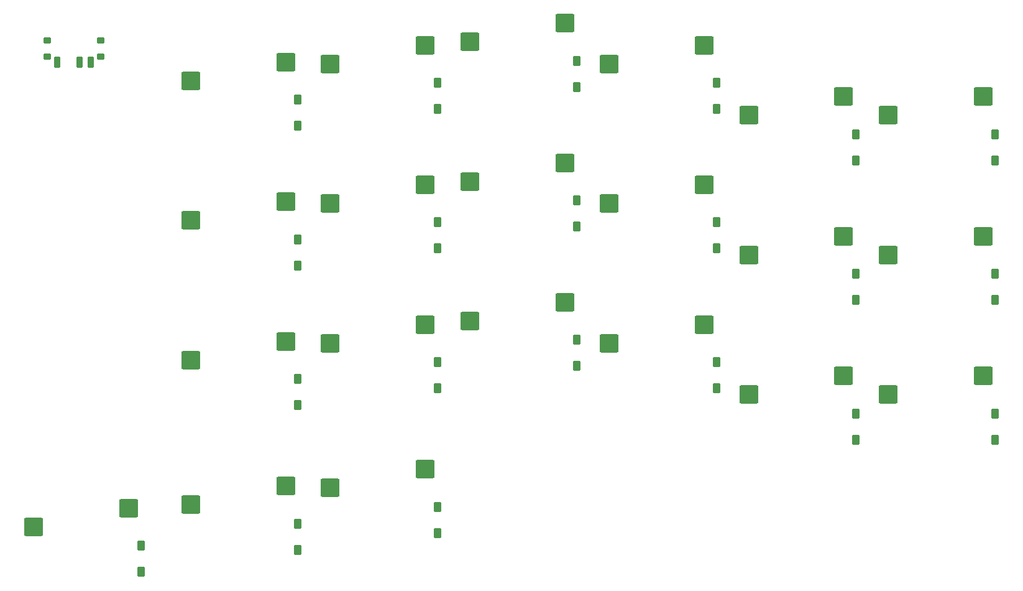
<source format=gbp>
G04 #@! TF.GenerationSoftware,KiCad,Pcbnew,7.0.2*
G04 #@! TF.CreationDate,2023-04-26T23:48:15+03:00*
G04 #@! TF.ProjectId,mriya-right,6d726979-612d-4726-9967-68742e6b6963,0.9*
G04 #@! TF.SameCoordinates,Original*
G04 #@! TF.FileFunction,Paste,Bot*
G04 #@! TF.FilePolarity,Positive*
%FSLAX46Y46*%
G04 Gerber Fmt 4.6, Leading zero omitted, Abs format (unit mm)*
G04 Created by KiCad (PCBNEW 7.0.2) date 2023-04-26 23:48:15*
%MOMM*%
%LPD*%
G01*
G04 APERTURE LIST*
G04 Aperture macros list*
%AMRoundRect*
0 Rectangle with rounded corners*
0 $1 Rounding radius*
0 $2 $3 $4 $5 $6 $7 $8 $9 X,Y pos of 4 corners*
0 Add a 4 corners polygon primitive as box body*
4,1,4,$2,$3,$4,$5,$6,$7,$8,$9,$2,$3,0*
0 Add four circle primitives for the rounded corners*
1,1,$1+$1,$2,$3*
1,1,$1+$1,$4,$5*
1,1,$1+$1,$6,$7*
1,1,$1+$1,$8,$9*
0 Add four rect primitives between the rounded corners*
20,1,$1+$1,$2,$3,$4,$5,0*
20,1,$1+$1,$4,$5,$6,$7,0*
20,1,$1+$1,$6,$7,$8,$9,0*
20,1,$1+$1,$8,$9,$2,$3,0*%
G04 Aperture macros list end*
%ADD10RoundRect,0.200000X1.075000X1.050000X-1.075000X1.050000X-1.075000X-1.050000X1.075000X-1.050000X0*%
%ADD11RoundRect,0.200000X0.300000X-0.500000X0.300000X0.500000X-0.300000X0.500000X-0.300000X-0.500000X0*%
%ADD12RoundRect,0.120000X-0.380000X-0.280000X0.380000X-0.280000X0.380000X0.280000X-0.380000X0.280000X0*%
%ADD13RoundRect,0.120000X-0.280000X-0.680000X0.280000X-0.680000X0.280000X0.680000X-0.280000X0.680000X0*%
G04 APERTURE END LIST*
D10*
X126515000Y-110460000D03*
X139442000Y-107920000D03*
X166915000Y-47460000D03*
X179842000Y-44920000D03*
X242915000Y-54460000D03*
X255842000Y-51920000D03*
X147915000Y-68760000D03*
X160842000Y-66220000D03*
X166915000Y-85460000D03*
X179842000Y-82920000D03*
X147915000Y-87760000D03*
X160842000Y-85220000D03*
X166915000Y-105160000D03*
X179842000Y-102620000D03*
X204915000Y-66460000D03*
X217842000Y-63920000D03*
X242915000Y-92460000D03*
X255842000Y-89920000D03*
X242915000Y-73460000D03*
X255842000Y-70920000D03*
X185915000Y-63460000D03*
X198842000Y-60920000D03*
X204915000Y-85460000D03*
X217842000Y-82920000D03*
X147915000Y-107460000D03*
X160842000Y-104920000D03*
X185915000Y-82460000D03*
X198842000Y-79920000D03*
X166915000Y-66460000D03*
X179842000Y-63920000D03*
X223915000Y-73460000D03*
X236842000Y-70920000D03*
X223915000Y-54460000D03*
X236842000Y-51920000D03*
X204915000Y-47460000D03*
X217842000Y-44920000D03*
X147915000Y-49760000D03*
X160842000Y-47220000D03*
X223915000Y-92460000D03*
X236842000Y-89920000D03*
X185915000Y-44460000D03*
X198842000Y-41920000D03*
D11*
X162500000Y-113575000D03*
X162500000Y-110025000D03*
X238500000Y-98575000D03*
X238500000Y-95025000D03*
X181500000Y-72575000D03*
X181500000Y-69025000D03*
X162500000Y-74875000D03*
X162500000Y-71325000D03*
X200500000Y-88575000D03*
X200500000Y-85025000D03*
X200500000Y-50575000D03*
X200500000Y-47025000D03*
X181500000Y-111275000D03*
X181500000Y-107725000D03*
X162500000Y-93875000D03*
X162500000Y-90325000D03*
X219500000Y-91575000D03*
X219500000Y-88025000D03*
X219500000Y-72575000D03*
X219500000Y-69025000D03*
X257500000Y-98575000D03*
X257500000Y-95025000D03*
X200500000Y-69575000D03*
X200500000Y-66025000D03*
D12*
X128350000Y-44300000D03*
X128350000Y-46500000D03*
X135650000Y-44300000D03*
X135650000Y-46500000D03*
D13*
X129750000Y-47200000D03*
X132750000Y-47200000D03*
X134250000Y-47200000D03*
D11*
X162500000Y-55875000D03*
X162500000Y-52325000D03*
X257500000Y-60575000D03*
X257500000Y-57025000D03*
X181500000Y-53575000D03*
X181500000Y-50025000D03*
X238500000Y-60575000D03*
X238500000Y-57025000D03*
X257500000Y-79575000D03*
X257500000Y-76025000D03*
X219500000Y-53575000D03*
X219500000Y-50025000D03*
X181500000Y-91575000D03*
X181500000Y-88025000D03*
X141100000Y-116575000D03*
X141100000Y-113025000D03*
X238500000Y-79575000D03*
X238500000Y-76025000D03*
M02*

</source>
